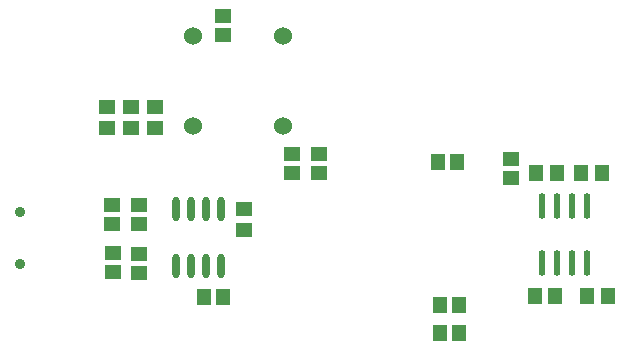
<source format=gbr>
%TF.GenerationSoftware,Altium Limited,Altium Designer,20.1.14 (287)*%
G04 Layer_Color=255*
%FSLAX26Y26*%
%MOIN*%
%TF.SameCoordinates,7E9A0AC4-0E20-4BBF-80A7-7FB1365180D4*%
%TF.FilePolarity,Positive*%
%TF.FileFunction,Pads,Bot*%
%TF.Part,Single*%
G01*
G75*
%TA.AperFunction,SMDPad,CuDef*%
%ADD17R,0.053150X0.045276*%
%ADD18R,0.045276X0.053150*%
%ADD25R,0.051181X0.055118*%
%ADD26R,0.055118X0.051181*%
%TA.AperFunction,ComponentPad*%
%ADD30C,0.035433*%
%ADD31C,0.060000*%
%TA.AperFunction,SMDPad,CuDef*%
%ADD36O,0.021654X0.086614*%
%ADD37O,0.023622X0.080709*%
D17*
X2625837Y3189449D02*
D03*
Y3120551D02*
D03*
X2330837Y3460551D02*
D03*
Y3529449D02*
D03*
X2250837Y3460551D02*
D03*
Y3529449D02*
D03*
X2170837Y3460551D02*
D03*
Y3529449D02*
D03*
D18*
X3595551Y2900000D02*
D03*
X3664449D02*
D03*
X3819449Y3310000D02*
D03*
X3750551D02*
D03*
X3839449Y2900000D02*
D03*
X3770551D02*
D03*
X3669449Y3310000D02*
D03*
X3600551D02*
D03*
D25*
X3278504Y2775000D02*
D03*
X3341496D02*
D03*
X3336496Y3345000D02*
D03*
X3273504D02*
D03*
X3341496Y2870000D02*
D03*
X3278504D02*
D03*
X2557333Y2895000D02*
D03*
X2494341D02*
D03*
D26*
X3515000Y3293504D02*
D03*
Y3356496D02*
D03*
X2555837Y3832992D02*
D03*
Y3770000D02*
D03*
X2875837Y3371496D02*
D03*
Y3308504D02*
D03*
X2785837Y3371496D02*
D03*
Y3308504D02*
D03*
X2275191Y2977449D02*
D03*
Y3040441D02*
D03*
X2190522Y2978504D02*
D03*
Y3041496D02*
D03*
X2185837Y3201496D02*
D03*
Y3138504D02*
D03*
X2275837Y3201496D02*
D03*
Y3138504D02*
D03*
D30*
X1880837Y3180000D02*
D03*
Y3006772D02*
D03*
D31*
X2755837Y3765000D02*
D03*
Y3465000D02*
D03*
X2455837Y3765000D02*
D03*
Y3465000D02*
D03*
D36*
X3620000Y3200000D02*
D03*
X3670000D02*
D03*
X3720000D02*
D03*
X3770000D02*
D03*
X3620000Y3011024D02*
D03*
X3670000D02*
D03*
X3720000D02*
D03*
X3770000D02*
D03*
D37*
X2400837Y3190472D02*
D03*
X2450837D02*
D03*
X2500837D02*
D03*
X2550837D02*
D03*
X2400837Y2999528D02*
D03*
X2450837D02*
D03*
X2500837D02*
D03*
X2550837D02*
D03*
%TF.MD5,8a233ea04b3e861c6c3eae472a13e366*%
M02*

</source>
